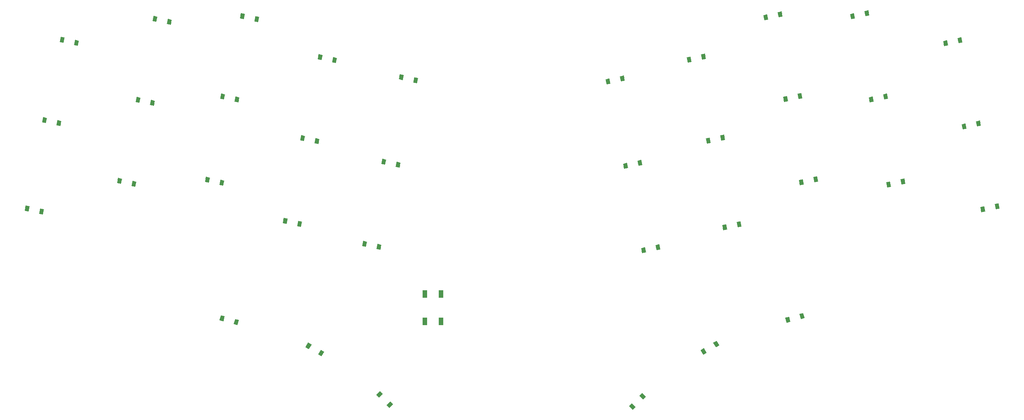
<source format=gbr>
G04 #@! TF.GenerationSoftware,KiCad,Pcbnew,5.1.5*
G04 #@! TF.CreationDate,2020-02-23T20:52:15-06:00*
G04 #@! TF.ProjectId,m'ergo,6d276572-676f-42e6-9b69-6361645f7063,rev?*
G04 #@! TF.SameCoordinates,Original*
G04 #@! TF.FileFunction,Paste,Bot*
G04 #@! TF.FilePolarity,Positive*
%FSLAX46Y46*%
G04 Gerber Fmt 4.6, Leading zero omitted, Abs format (unit mm)*
G04 Created by KiCad (PCBNEW 5.1.5) date 2020-02-23 20:52:15*
%MOMM*%
%LPD*%
G04 APERTURE LIST*
%ADD10C,0.100000*%
%ADD11R,1.100000X1.800000*%
G04 APERTURE END LIST*
D10*
G36*
X209320363Y-67048497D02*
G01*
X209569857Y-68222274D01*
X208689525Y-68409395D01*
X208440031Y-67235618D01*
X209320363Y-67048497D01*
G37*
G36*
X206092475Y-67734605D02*
G01*
X206341969Y-68908382D01*
X205461637Y-69095503D01*
X205212143Y-67921726D01*
X206092475Y-67734605D01*
G37*
G36*
X169946660Y-115970812D02*
G01*
X170795188Y-116819340D01*
X170158792Y-117455736D01*
X169310264Y-116607208D01*
X169946660Y-115970812D01*
G37*
G36*
X167613208Y-118304264D02*
G01*
X168461736Y-119152792D01*
X167825340Y-119789188D01*
X166976812Y-118940660D01*
X167613208Y-118304264D01*
G37*
G36*
X206216153Y-97936925D02*
G01*
X206526736Y-99096036D01*
X205657403Y-99328973D01*
X205346820Y-98169862D01*
X206216153Y-97936925D01*
G37*
G36*
X203028597Y-98791027D02*
G01*
X203339180Y-99950138D01*
X202469847Y-100183075D01*
X202159264Y-99023964D01*
X203028597Y-98791027D01*
G37*
G36*
X186684653Y-104221385D02*
G01*
X187284653Y-105260615D01*
X186505231Y-105710615D01*
X185905231Y-104671385D01*
X186684653Y-104221385D01*
G37*
G36*
X183826769Y-105871385D02*
G01*
X184426769Y-106910615D01*
X183647347Y-107360615D01*
X183047347Y-106321385D01*
X183826769Y-105871385D01*
G37*
D11*
X120895500Y-99810500D03*
X124595500Y-93610500D03*
X124595500Y-99810500D03*
X120895500Y-93610500D03*
D10*
G36*
X75831180Y-98677862D02*
G01*
X75520597Y-99836973D01*
X74651264Y-99604036D01*
X74961847Y-98444925D01*
X75831180Y-98677862D01*
G37*
G36*
X79018736Y-99531964D02*
G01*
X78708153Y-100691075D01*
X77838820Y-100458138D01*
X78149403Y-99299027D01*
X79018736Y-99531964D01*
G37*
G36*
X113772188Y-118511660D02*
G01*
X112923660Y-119360188D01*
X112287264Y-118723792D01*
X113135792Y-117875264D01*
X113772188Y-118511660D01*
G37*
G36*
X111438736Y-116178208D02*
G01*
X110590208Y-117026736D01*
X109953812Y-116390340D01*
X110802340Y-115541812D01*
X111438736Y-116178208D01*
G37*
G36*
X98257653Y-106702385D02*
G01*
X97657653Y-107741615D01*
X96878231Y-107291615D01*
X97478231Y-106252385D01*
X98257653Y-106702385D01*
G37*
G36*
X95399769Y-105052385D02*
G01*
X94799769Y-106091615D01*
X94020347Y-105641615D01*
X94620347Y-104602385D01*
X95399769Y-105052385D01*
G37*
G36*
X250214363Y-73144497D02*
G01*
X250463857Y-74318274D01*
X249583525Y-74505395D01*
X249334031Y-73331618D01*
X250214363Y-73144497D01*
G37*
G36*
X246986475Y-73830605D02*
G01*
X247235969Y-75004382D01*
X246355637Y-75191503D01*
X246106143Y-74017726D01*
X246986475Y-73830605D01*
G37*
G36*
X246023363Y-54475497D02*
G01*
X246272857Y-55649274D01*
X245392525Y-55836395D01*
X245143031Y-54662618D01*
X246023363Y-54475497D01*
G37*
G36*
X242795475Y-55161605D02*
G01*
X243044969Y-56335382D01*
X242164637Y-56522503D01*
X241915143Y-55348726D01*
X242795475Y-55161605D01*
G37*
G36*
X241832363Y-35679497D02*
G01*
X242081857Y-36853274D01*
X241201525Y-37040395D01*
X240952031Y-35866618D01*
X241832363Y-35679497D01*
G37*
G36*
X238604475Y-36365605D02*
G01*
X238853969Y-37539382D01*
X237973637Y-37726503D01*
X237724143Y-36552726D01*
X238604475Y-36365605D01*
G37*
G36*
X229005363Y-67556497D02*
G01*
X229254857Y-68730274D01*
X228374525Y-68917395D01*
X228125031Y-67743618D01*
X229005363Y-67556497D01*
G37*
G36*
X225777475Y-68242605D02*
G01*
X226026969Y-69416382D01*
X225146637Y-69603503D01*
X224897143Y-68429726D01*
X225777475Y-68242605D01*
G37*
G36*
X225068363Y-48379497D02*
G01*
X225317857Y-49553274D01*
X224437525Y-49740395D01*
X224188031Y-48566618D01*
X225068363Y-48379497D01*
G37*
G36*
X221840475Y-49065605D02*
G01*
X222089969Y-50239382D01*
X221209637Y-50426503D01*
X220960143Y-49252726D01*
X221840475Y-49065605D01*
G37*
G36*
X220877363Y-29583497D02*
G01*
X221126857Y-30757274D01*
X220246525Y-30944395D01*
X219997031Y-29770618D01*
X220877363Y-29583497D01*
G37*
G36*
X217649475Y-30269605D02*
G01*
X217898969Y-31443382D01*
X217018637Y-31630503D01*
X216769143Y-30456726D01*
X217649475Y-30269605D01*
G37*
G36*
X205764363Y-48252497D02*
G01*
X206013857Y-49426274D01*
X205133525Y-49613395D01*
X204884031Y-48439618D01*
X205764363Y-48252497D01*
G37*
G36*
X202536475Y-48938605D02*
G01*
X202785969Y-50112382D01*
X201905637Y-50299503D01*
X201656143Y-49125726D01*
X202536475Y-48938605D01*
G37*
G36*
X201319363Y-29837497D02*
G01*
X201568857Y-31011274D01*
X200688525Y-31198395D01*
X200439031Y-30024618D01*
X201319363Y-29837497D01*
G37*
G36*
X198091475Y-30523605D02*
G01*
X198340969Y-31697382D01*
X197460637Y-31884503D01*
X197211143Y-30710726D01*
X198091475Y-30523605D01*
G37*
G36*
X188820475Y-77894605D02*
G01*
X189069969Y-79068382D01*
X188189637Y-79255503D01*
X187940143Y-78081726D01*
X188820475Y-77894605D01*
G37*
G36*
X192048363Y-77208497D02*
G01*
X192297857Y-78382274D01*
X191417525Y-78569395D01*
X191168031Y-77395618D01*
X192048363Y-77208497D01*
G37*
G36*
X188365363Y-57650497D02*
G01*
X188614857Y-58824274D01*
X187734525Y-59011395D01*
X187485031Y-57837618D01*
X188365363Y-57650497D01*
G37*
G36*
X185137475Y-58336605D02*
G01*
X185386969Y-59510382D01*
X184506637Y-59697503D01*
X184257143Y-58523726D01*
X185137475Y-58336605D01*
G37*
G36*
X184047363Y-39362497D02*
G01*
X184296857Y-40536274D01*
X183416525Y-40723395D01*
X183167031Y-39549618D01*
X184047363Y-39362497D01*
G37*
G36*
X180819475Y-40048605D02*
G01*
X181068969Y-41222382D01*
X180188637Y-41409503D01*
X179939143Y-40235726D01*
X180819475Y-40048605D01*
G37*
G36*
X170532475Y-83101605D02*
G01*
X170781969Y-84275382D01*
X169901637Y-84462503D01*
X169652143Y-83288726D01*
X170532475Y-83101605D01*
G37*
G36*
X173760363Y-82415497D02*
G01*
X174009857Y-83589274D01*
X173129525Y-83776395D01*
X172880031Y-82602618D01*
X173760363Y-82415497D01*
G37*
G36*
X169696363Y-63365497D02*
G01*
X169945857Y-64539274D01*
X169065525Y-64726395D01*
X168816031Y-63552618D01*
X169696363Y-63365497D01*
G37*
G36*
X166468475Y-64051605D02*
G01*
X166717969Y-65225382D01*
X165837637Y-65412503D01*
X165588143Y-64238726D01*
X166468475Y-64051605D01*
G37*
G36*
X165759363Y-44315497D02*
G01*
X166008857Y-45489274D01*
X165128525Y-45676395D01*
X164879031Y-44502618D01*
X165759363Y-44315497D01*
G37*
G36*
X162531475Y-45001605D02*
G01*
X162780969Y-46175382D01*
X161900637Y-46362503D01*
X161651143Y-45188726D01*
X162531475Y-45001605D01*
G37*
G36*
X111144857Y-82526726D02*
G01*
X110895363Y-83700503D01*
X110015031Y-83513382D01*
X110264525Y-82339605D01*
X111144857Y-82526726D01*
G37*
G36*
X107916969Y-81840618D02*
G01*
X107667475Y-83014395D01*
X106787143Y-82827274D01*
X107036637Y-81653497D01*
X107916969Y-81840618D01*
G37*
G36*
X115462857Y-63984726D02*
G01*
X115213363Y-65158503D01*
X114333031Y-64971382D01*
X114582525Y-63797605D01*
X115462857Y-63984726D01*
G37*
G36*
X112234969Y-63298618D02*
G01*
X111985475Y-64472395D01*
X111105143Y-64285274D01*
X111354637Y-63111497D01*
X112234969Y-63298618D01*
G37*
G36*
X119399857Y-44871226D02*
G01*
X119150363Y-46045003D01*
X118270031Y-45857882D01*
X118519525Y-44684105D01*
X119399857Y-44871226D01*
G37*
G36*
X116171969Y-44185118D02*
G01*
X115922475Y-45358895D01*
X115042143Y-45171774D01*
X115291637Y-43997997D01*
X116171969Y-44185118D01*
G37*
G36*
X93237857Y-77319726D02*
G01*
X92988363Y-78493503D01*
X92108031Y-78306382D01*
X92357525Y-77132605D01*
X93237857Y-77319726D01*
G37*
G36*
X90009969Y-76633618D02*
G01*
X89760475Y-77807395D01*
X88880143Y-77620274D01*
X89129637Y-76446497D01*
X90009969Y-76633618D01*
G37*
G36*
X97174857Y-58650726D02*
G01*
X96925363Y-59824503D01*
X96045031Y-59637382D01*
X96294525Y-58463605D01*
X97174857Y-58650726D01*
G37*
G36*
X93946969Y-57964618D02*
G01*
X93697475Y-59138395D01*
X92817143Y-58951274D01*
X93066637Y-57777497D01*
X93946969Y-57964618D01*
G37*
G36*
X101111857Y-40362726D02*
G01*
X100862363Y-41536503D01*
X99982031Y-41349382D01*
X100231525Y-40175605D01*
X101111857Y-40362726D01*
G37*
G36*
X97883969Y-39676618D02*
G01*
X97634475Y-40850395D01*
X96754143Y-40663274D01*
X97003637Y-39489497D01*
X97883969Y-39676618D01*
G37*
G36*
X75711857Y-68048726D02*
G01*
X75462363Y-69222503D01*
X74582031Y-69035382D01*
X74831525Y-67861605D01*
X75711857Y-68048726D01*
G37*
G36*
X72483969Y-67362618D02*
G01*
X72234475Y-68536395D01*
X71354143Y-68349274D01*
X71603637Y-67175497D01*
X72483969Y-67362618D01*
G37*
G36*
X79140857Y-49252726D02*
G01*
X78891363Y-50426503D01*
X78011031Y-50239382D01*
X78260525Y-49065605D01*
X79140857Y-49252726D01*
G37*
G36*
X75912969Y-48566618D02*
G01*
X75663475Y-49740395D01*
X74783143Y-49553274D01*
X75032637Y-48379497D01*
X75912969Y-48566618D01*
G37*
G36*
X83585857Y-31091726D02*
G01*
X83336363Y-32265503D01*
X82456031Y-32078382D01*
X82705525Y-30904605D01*
X83585857Y-31091726D01*
G37*
G36*
X80357969Y-30405618D02*
G01*
X80108475Y-31579395D01*
X79228143Y-31392274D01*
X79477637Y-30218497D01*
X80357969Y-30405618D01*
G37*
G36*
X55899857Y-68302726D02*
G01*
X55650363Y-69476503D01*
X54770031Y-69289382D01*
X55019525Y-68115605D01*
X55899857Y-68302726D01*
G37*
G36*
X52671969Y-67616618D02*
G01*
X52422475Y-68790395D01*
X51542143Y-68603274D01*
X51791637Y-67429497D01*
X52671969Y-67616618D01*
G37*
G36*
X35071857Y-74525726D02*
G01*
X34822363Y-75699503D01*
X33942031Y-75512382D01*
X34191525Y-74338605D01*
X35071857Y-74525726D01*
G37*
G36*
X31843969Y-73839618D02*
G01*
X31594475Y-75013395D01*
X30714143Y-74826274D01*
X30963637Y-73652497D01*
X31843969Y-73839618D01*
G37*
G36*
X60090857Y-50014726D02*
G01*
X59841363Y-51188503D01*
X58961031Y-51001382D01*
X59210525Y-49827605D01*
X60090857Y-50014726D01*
G37*
G36*
X56862969Y-49328618D02*
G01*
X56613475Y-50502395D01*
X55733143Y-50315274D01*
X55982637Y-49141497D01*
X56862969Y-49328618D01*
G37*
G36*
X63900857Y-31726726D02*
G01*
X63651363Y-32900503D01*
X62771031Y-32713382D01*
X63020525Y-31539605D01*
X63900857Y-31726726D01*
G37*
G36*
X60672969Y-31040618D02*
G01*
X60423475Y-32214395D01*
X59543143Y-32027274D01*
X59792637Y-30853497D01*
X60672969Y-31040618D01*
G37*
G36*
X39008857Y-54586726D02*
G01*
X38759363Y-55760503D01*
X37879031Y-55573382D01*
X38128525Y-54399605D01*
X39008857Y-54586726D01*
G37*
G36*
X35780969Y-53900618D02*
G01*
X35531475Y-55074395D01*
X34651143Y-54887274D01*
X34900637Y-53713497D01*
X35780969Y-53900618D01*
G37*
G36*
X42982913Y-36463672D02*
G01*
X42733419Y-37637449D01*
X41853087Y-37450328D01*
X42102581Y-36276551D01*
X42982913Y-36463672D01*
G37*
G36*
X39755025Y-35777564D02*
G01*
X39505531Y-36951341D01*
X38625199Y-36764220D01*
X38874693Y-35590443D01*
X39755025Y-35777564D01*
G37*
M02*

</source>
